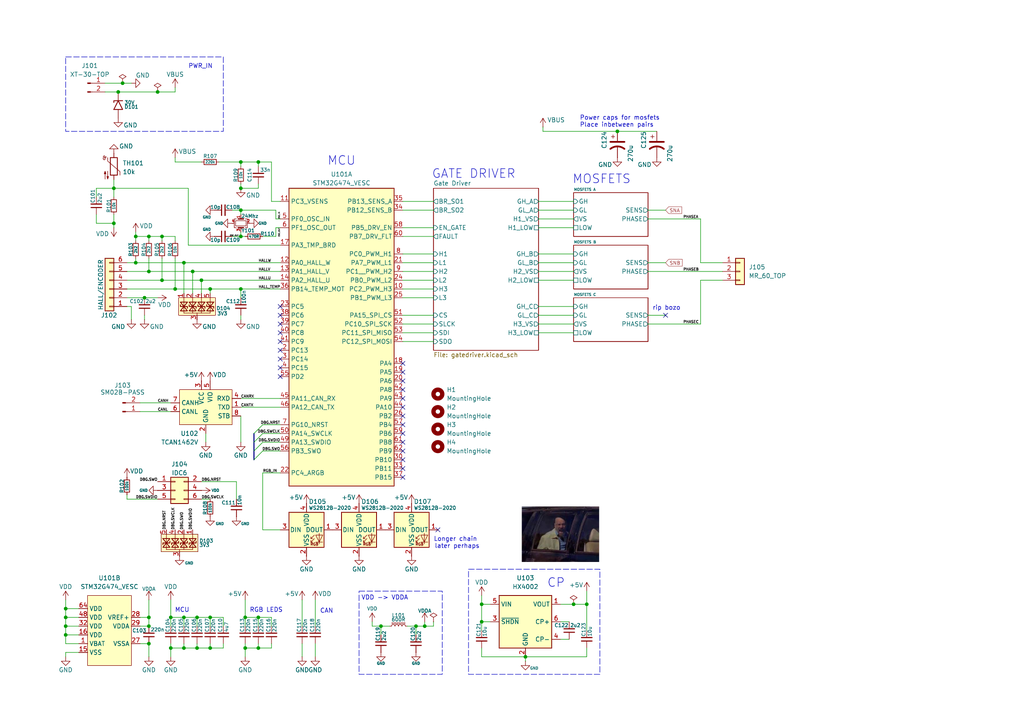
<source format=kicad_sch>
(kicad_sch (version 20250114) (generator "eeschema") (generator_version "9.0")
  (paper "A4")
  (rectangle (start 104.14 171.45) (end 128.27 195.58) (stroke (width 0) (type dash)))
  (rectangle (start 135.89 165.1) (end 173.99 195.58) (stroke (width 0) (type dash)))
  (rectangle (start 19.05 16.51) (end 64.77 38.1) (stroke (width 0) (type dash)))
  (text "RGB LEDS" (at 77.216 177.038 0) (effects (font (size 1.27 1.27))))
  (text "Power caps for mosfets\nPlace inbetween pairs" (at 168.148 35.306 0) (effects (font (size 1.27 1.27)) (justify left)))
  (text "rip bozo" (at 189.23 89.408 0) (effects (font (size 1.27 1.27)) (justify left)))
  (text "GATE DRIVER" (at 137.414 50.546 0) (effects (font (size 2.54 2.54))))
  (text "MCU" (at 99.06 46.736 0) (effects (font (size 2.54 2.54))))
  (text "CAN" (at 94.742 177.292 0) (effects (font (size 1.27 1.27))))
  (text "VDD -> VDDA" (at 104.775 172.72 0) (effects (font (size 1.27 1.27) (thickness 0.1588)) (justify left top)))
  (text "MOSFETS" (at 174.498 52.07 0) (effects (font (size 2.54 2.54))))
  (text "CP" (at 161.29 169.164 0) (effects (font (size 2.54 2.54))))
  (text "Longer chain \nlater perhaps" (at 132.588 157.48 0) (effects (font (size 1.27 1.27))))
  (text "PWR_IN" (at 58.166 19.304 0) (effects (font (size 1.27 1.27))))
  (text "MCU" (at 52.832 177.038 0) (effects (font (size 1.27 1.27))))
  (junction (at 71.12 187.96))
  (junction (at 139.7 180.34))
  (junction (at 45.72 26.67))
  (junction (at 166.37 175.26))
  (junction (at 60.96 83.82))
  (junction (at 43.18 181.61))
  (junction (at 53.34 179.07))
  (junction (at 69.85 68.58))
  (junction (at 33.02 54.61))
  (junction (at 179.07 38.1))
  (junction (at 69.85 60.96))
  (junction (at 19.05 184.15))
  (junction (at 69.85 46.99))
  (junction (at 139.7 175.26))
  (junction (at 43.18 186.69))
  (junction (at 19.05 179.07))
  (junction (at 33.02 64.77))
  (junction (at 43.18 179.07))
  (junction (at 170.18 175.26))
  (junction (at 57.15 187.96))
  (junction (at 19.05 181.61))
  (junction (at 60.96 179.07))
  (junction (at 35.56 24.13))
  (junction (at 123.19 181.61))
  (junction (at 58.42 81.28))
  (junction (at 120.65 181.61))
  (junction (at 74.93 187.96))
  (junction (at 46.99 68.58))
  (junction (at 49.53 179.07))
  (junction (at 55.88 78.74))
  (junction (at 152.4 190.5))
  (junction (at 74.93 179.07))
  (junction (at 53.34 187.96))
  (junction (at 41.91 86.36))
  (junction (at 43.18 78.74))
  (junction (at 69.85 83.82))
  (junction (at 69.85 54.61))
  (junction (at 74.93 46.99))
  (junction (at 71.12 179.07))
  (junction (at 19.05 176.53))
  (junction (at 34.29 26.67))
  (junction (at 53.34 76.2))
  (junction (at 110.49 181.61))
  (junction (at 49.53 187.96))
  (junction (at 43.18 68.58))
  (junction (at 50.8 83.82))
  (junction (at 39.37 76.2))
  (junction (at 60.96 187.96))
  (junction (at 39.37 68.58))
  (junction (at 57.15 179.07))
  (junction (at 46.99 81.28))
  (no_connect (at 127 153.67))
  (no_connect (at 116.84 110.49))
  (no_connect (at 116.84 133.35))
  (no_connect (at 116.84 115.57))
  (no_connect (at 116.84 128.27))
  (no_connect (at 116.84 107.95))
  (no_connect (at 81.28 104.14))
  (no_connect (at 81.28 91.44))
  (no_connect (at 116.84 138.43))
  (no_connect (at 116.84 125.73))
  (no_connect (at 116.84 135.89))
  (no_connect (at 116.84 118.11))
  (no_connect (at 81.28 96.52))
  (no_connect (at 81.28 99.06))
  (no_connect (at 116.84 105.41))
  (no_connect (at 81.28 109.22))
  (no_connect (at 81.28 106.68))
  (no_connect (at 81.28 101.6))
  (no_connect (at 81.28 93.98))
  (no_connect (at 193.04 91.44))
  (no_connect (at 116.84 120.65))
  (no_connect (at 116.84 130.81))
  (no_connect (at 116.84 113.03))
  (no_connect (at 116.84 123.19))
  (no_connect (at 81.28 88.9))
  (bus_entry (at 73.66 125.73) (size 2.54 -2.54))
  (bus_entry (at 73.66 128.27) (size 2.54 -2.54))
  (bus_entry (at 73.66 133.35) (size 2.54 -2.54))
  (bus_entry (at 73.66 130.81) (size 2.54 -2.54))
  (wire (pts (xy 46.99 81.28) (xy 58.42 81.28)))
  (wire (pts (xy 69.85 68.58) (xy 71.12 68.58)))
  (wire (pts (xy 50.8 25.4) (xy 50.8 26.67)))
  (wire (pts (xy 71.12 187.96) (xy 71.12 190.5)))
  (wire (pts (xy 35.56 24.13) (xy 38.1 24.13)))
  (wire (pts (xy 139.7 175.26) (xy 139.7 180.34)))
  (wire (pts (xy 179.07 38.1) (xy 190.5 38.1)))
  (wire (pts (xy 116.84 76.2) (xy 125.73 76.2)))
  (wire (pts (xy 74.93 54.61) (xy 74.93 53.34)))
  (wire (pts (xy 50.8 83.82) (xy 60.96 83.82)))
  (wire (pts (xy 139.7 180.34) (xy 142.24 180.34)))
  (wire (pts (xy 187.96 63.5) (xy 203.2 63.5)))
  (wire (pts (xy 50.8 68.58) (xy 46.99 68.58)))
  (wire (pts (xy 74.93 186.69) (xy 74.93 187.96)))
  (wire (pts (xy 76.2 137.16) (xy 81.28 137.16)))
  (wire (pts (xy 58.42 81.28) (xy 58.42 85.09)))
  (wire (pts (xy 49.53 187.96) (xy 49.53 190.5)))
  (wire (pts (xy 39.37 67.31) (xy 39.37 68.58)))
  (wire (pts (xy 19.05 181.61) (xy 22.86 181.61)))
  (wire (pts (xy 55.88 78.74) (xy 81.28 78.74)))
  (wire (pts (xy 157.48 38.1) (xy 179.07 38.1)))
  (wire (pts (xy 156.21 81.28) (xy 166.37 81.28)))
  (wire (pts (xy 170.18 190.5) (xy 152.4 190.5)))
  (wire (pts (xy 54.61 71.12) (xy 81.28 71.12)))
  (wire (pts (xy 19.05 179.07) (xy 22.86 179.07)))
  (wire (pts (xy 49.53 187.96) (xy 53.34 187.96)))
  (wire (pts (xy 156.21 60.96) (xy 166.37 60.96)))
  (wire (pts (xy 55.88 78.74) (xy 55.88 85.09)))
  (wire (pts (xy 80.01 66.04) (xy 81.28 66.04)))
  (wire (pts (xy 53.34 179.07) (xy 49.53 179.07)))
  (wire (pts (xy 110.49 181.61) (xy 110.49 184.15)))
  (wire (pts (xy 74.93 187.96) (xy 78.74 187.96)))
  (wire (pts (xy 156.21 78.74) (xy 166.37 78.74)))
  (wire (pts (xy 69.85 83.82) (xy 81.28 83.82)))
  (wire (pts (xy 43.18 68.58) (xy 39.37 68.58)))
  (wire (pts (xy 116.84 81.28) (xy 125.73 81.28)))
  (wire (pts (xy 53.34 187.96) (xy 53.34 186.69)))
  (wire (pts (xy 76.2 153.67) (xy 81.28 153.67)))
  (wire (pts (xy 116.84 68.58) (xy 125.73 68.58)))
  (wire (pts (xy 22.86 186.69) (xy 19.05 186.69)))
  (wire (pts (xy 152.4 191.77) (xy 152.4 190.5)))
  (wire (pts (xy 71.12 179.07) (xy 71.12 181.61)))
  (wire (pts (xy 67.31 60.96) (xy 69.85 60.96)))
  (wire (pts (xy 120.65 181.61) (xy 123.19 181.61)))
  (wire (pts (xy 33.02 54.61) (xy 33.02 57.15)))
  (wire (pts (xy 41.91 86.36) (xy 45.72 86.36)))
  (wire (pts (xy 156.21 73.66) (xy 166.37 73.66)))
  (wire (pts (xy 156.21 91.44) (xy 166.37 91.44)))
  (wire (pts (xy 69.85 60.96) (xy 69.85 62.23)))
  (wire (pts (xy 116.84 96.52) (xy 125.73 96.52)))
  (wire (pts (xy 57.15 187.96) (xy 60.96 187.96)))
  (wire (pts (xy 203.2 81.28) (xy 209.55 81.28)))
  (bus (pts (xy 73.66 128.27) (xy 73.66 130.81)))
  (wire (pts (xy 57.15 187.96) (xy 57.15 186.69)))
  (wire (pts (xy 156.21 96.52) (xy 166.37 96.52)))
  (wire (pts (xy 36.83 86.36) (xy 41.91 86.36)))
  (wire (pts (xy 68.58 139.7) (xy 58.42 139.7)))
  (wire (pts (xy 60.96 181.61) (xy 60.96 179.07)))
  (wire (pts (xy 91.44 186.69) (xy 91.44 190.5)))
  (wire (pts (xy 139.7 190.5) (xy 152.4 190.5)))
  (wire (pts (xy 156.21 66.04) (xy 166.37 66.04)))
  (wire (pts (xy 27.94 62.23) (xy 27.94 64.77)))
  (wire (pts (xy 50.8 45.72) (xy 50.8 46.99)))
  (wire (pts (xy 157.48 36.83) (xy 157.48 38.1)))
  (wire (pts (xy 57.15 179.07) (xy 53.34 179.07)))
  (wire (pts (xy 187.96 91.44) (xy 193.04 91.44)))
  (wire (pts (xy 60.96 83.82) (xy 69.85 83.82)))
  (wire (pts (xy 63.5 46.99) (xy 69.85 46.99)))
  (wire (pts (xy 53.34 76.2) (xy 53.34 85.09)))
  (wire (pts (xy 43.18 173.99) (xy 43.18 179.07)))
  (wire (pts (xy 156.21 58.42) (xy 166.37 58.42)))
  (wire (pts (xy 43.18 186.69) (xy 43.18 190.5)))
  (wire (pts (xy 203.2 63.5) (xy 203.2 76.2)))
  (wire (pts (xy 76.2 130.81) (xy 81.28 130.81)))
  (wire (pts (xy 74.93 46.99) (xy 78.74 46.99)))
  (wire (pts (xy 69.85 54.61) (xy 69.85 53.34)))
  (wire (pts (xy 162.56 185.42) (xy 165.1 185.42)))
  (wire (pts (xy 69.85 46.99) (xy 74.93 46.99)))
  (wire (pts (xy 36.83 76.2) (xy 39.37 76.2)))
  (wire (pts (xy 39.37 76.2) (xy 53.34 76.2)))
  (wire (pts (xy 187.96 60.96) (xy 193.04 60.96)))
  (wire (pts (xy 49.53 179.07) (xy 49.53 181.61)))
  (wire (pts (xy 50.8 74.93) (xy 50.8 83.82)))
  (wire (pts (xy 33.02 52.07) (xy 33.02 54.61)))
  (wire (pts (xy 60.96 83.82) (xy 60.96 85.09)))
  (wire (pts (xy 50.8 26.67) (xy 45.72 26.67)))
  (wire (pts (xy 203.2 93.98) (xy 203.2 81.28)))
  (wire (pts (xy 123.19 181.61) (xy 123.19 180.34)))
  (wire (pts (xy 78.74 58.42) (xy 78.74 46.99)))
  (wire (pts (xy 19.05 184.15) (xy 19.05 186.69)))
  (wire (pts (xy 58.42 81.28) (xy 81.28 81.28)))
  (wire (pts (xy 38.1 88.9) (xy 38.1 92.71)))
  (wire (pts (xy 53.34 76.2) (xy 81.28 76.2)))
  (wire (pts (xy 116.84 83.82) (xy 125.73 83.82)))
  (wire (pts (xy 118.11 181.61) (xy 120.65 181.61)))
  (wire (pts (xy 139.7 175.26) (xy 142.24 175.26)))
  (wire (pts (xy 36.83 143.51) (xy 36.83 144.78)))
  (wire (pts (xy 64.77 187.96) (xy 60.96 187.96)))
  (wire (pts (xy 74.93 179.07) (xy 74.93 181.61)))
  (wire (pts (xy 19.05 189.23) (xy 19.05 190.5)))
  (wire (pts (xy 40.64 119.38) (xy 49.53 119.38)))
  (wire (pts (xy 36.83 81.28) (xy 46.99 81.28)))
  (wire (pts (xy 69.85 68.58) (xy 67.31 68.58)))
  (wire (pts (xy 156.21 88.9) (xy 166.37 88.9)))
  (wire (pts (xy 156.21 63.5) (xy 166.37 63.5)))
  (wire (pts (xy 22.86 189.23) (xy 19.05 189.23)))
  (wire (pts (xy 64.77 186.69) (xy 64.77 187.96)))
  (wire (pts (xy 19.05 181.61) (xy 19.05 184.15)))
  (wire (pts (xy 19.05 176.53) (xy 22.86 176.53)))
  (wire (pts (xy 116.84 91.44) (xy 125.73 91.44)))
  (wire (pts (xy 74.93 179.07) (xy 71.12 179.07)))
  (wire (pts (xy 36.83 88.9) (xy 38.1 88.9)))
  (wire (pts (xy 33.02 54.61) (xy 54.61 54.61)))
  (wire (pts (xy 74.93 48.26) (xy 74.93 46.99)))
  (wire (pts (xy 125.73 181.61) (xy 123.19 181.61)))
  (wire (pts (xy 81.28 63.5) (xy 80.01 63.5)))
  (wire (pts (xy 87.63 173.99) (xy 87.63 181.61)))
  (wire (pts (xy 116.84 60.96) (xy 125.73 60.96)))
  (wire (pts (xy 54.61 54.61) (xy 54.61 71.12)))
  (wire (pts (xy 27.94 64.77) (xy 33.02 64.77)))
  (wire (pts (xy 57.15 181.61) (xy 57.15 179.07)))
  (wire (pts (xy 59.69 128.27) (xy 59.69 125.73)))
  (wire (pts (xy 116.84 58.42) (xy 125.73 58.42)))
  (wire (pts (xy 156.21 93.98) (xy 166.37 93.98)))
  (wire (pts (xy 87.63 186.69) (xy 87.63 190.5)))
  (wire (pts (xy 64.77 179.07) (xy 60.96 179.07)))
  (wire (pts (xy 43.18 179.07) (xy 43.18 181.61)))
  (wire (pts (xy 139.7 187.96) (xy 139.7 190.5)))
  (wire (pts (xy 46.99 68.58) (xy 43.18 68.58)))
  (wire (pts (xy 30.48 24.13) (xy 35.56 24.13)))
  (wire (pts (xy 39.37 68.58) (xy 39.37 69.85)))
  (wire (pts (xy 69.85 92.71) (xy 69.85 91.44)))
  (wire (pts (xy 53.34 181.61) (xy 53.34 179.07)))
  (wire (pts (xy 46.99 74.93) (xy 46.99 81.28)))
  (wire (pts (xy 69.85 67.31) (xy 69.85 68.58)))
  (wire (pts (xy 187.96 78.74) (xy 209.55 78.74)))
  (wire (pts (xy 78.74 179.07) (xy 78.74 181.61)))
  (wire (pts (xy 19.05 179.07) (xy 19.05 181.61)))
  (wire (pts (xy 170.18 187.96) (xy 170.18 190.5)))
  (wire (pts (xy 40.64 181.61) (xy 43.18 181.61)))
  (wire (pts (xy 107.95 181.61) (xy 107.95 180.34)))
  (wire (pts (xy 49.53 173.99) (xy 49.53 179.07)))
  (wire (pts (xy 78.74 186.69) (xy 78.74 187.96)))
  (wire (pts (xy 80.01 68.58) (xy 80.01 66.04)))
  (wire (pts (xy 71.12 173.99) (xy 71.12 179.07)))
  (wire (pts (xy 43.18 74.93) (xy 43.18 78.74)))
  (wire (pts (xy 60.96 179.07) (xy 57.15 179.07)))
  (wire (pts (xy 69.85 54.61) (xy 74.93 54.61)))
  (wire (pts (xy 80.01 63.5) (xy 80.01 60.96)))
  (wire (pts (xy 76.2 68.58) (xy 80.01 68.58)))
  (wire (pts (xy 91.44 173.99) (xy 91.44 181.61)))
  (wire (pts (xy 203.2 76.2) (xy 209.55 76.2)))
  (wire (pts (xy 116.84 78.74) (xy 125.73 78.74)))
  (wire (pts (xy 156.21 76.2) (xy 166.37 76.2)))
  (wire (pts (xy 36.83 83.82) (xy 50.8 83.82)))
  (wire (pts (xy 46.99 68.58) (xy 46.99 69.85)))
  (wire (pts (xy 60.96 187.96) (xy 60.96 186.69)))
  (wire (pts (xy 69.85 60.96) (xy 80.01 60.96)))
  (wire (pts (xy 27.94 57.15) (xy 27.94 54.61)))
  (wire (pts (xy 27.94 54.61) (xy 33.02 54.61)))
  (wire (pts (xy 40.64 116.84) (xy 49.53 116.84)))
  (wire (pts (xy 116.84 93.98) (xy 125.73 93.98)))
  (wire (pts (xy 76.2 128.27) (xy 81.28 128.27)))
  (wire (pts (xy 49.53 187.96) (xy 49.53 186.69)))
  (wire (pts (xy 53.34 187.96) (xy 57.15 187.96)))
  (wire (pts (xy 33.02 64.77) (xy 33.02 62.23)))
  (wire (pts (xy 116.84 73.66) (xy 125.73 73.66)))
  (wire (pts (xy 64.77 181.61) (xy 64.77 179.07)))
  (wire (pts (xy 43.18 68.58) (xy 43.18 69.85)))
  (bus (pts (xy 73.66 125.73) (xy 73.66 128.27)))
  (wire (pts (xy 187.96 76.2) (xy 193.04 76.2)))
  (wire (pts (xy 41.91 92.71) (xy 41.91 91.44)))
  (wire (pts (xy 110.49 181.61) (xy 113.03 181.61)))
  (wire (pts (xy 43.18 78.74) (xy 55.88 78.74)))
  (wire (pts (xy 78.74 179.07) (xy 74.93 179.07)))
  (wire (pts (xy 116.84 66.04) (xy 125.73 66.04)))
  (wire (pts (xy 116.84 99.06) (xy 125.73 99.06)))
  (wire (pts (xy 81.28 58.42) (xy 78.74 58.42)))
  (wire (pts (xy 69.85 115.57) (xy 81.28 115.57)))
  (wire (pts (xy 125.73 180.34) (xy 125.73 181.61)))
  (wire (pts (xy 34.29 26.67) (xy 45.72 26.67)))
  (wire (pts (xy 166.37 175.26) (xy 170.18 175.26)))
  (wire (pts (xy 36.83 78.74) (xy 43.18 78.74)))
  (wire (pts (xy 39.37 74.93) (xy 39.37 76.2)))
  (wire (pts (xy 139.7 172.72) (xy 139.7 175.26)))
  (wire (pts (xy 187.96 93.98) (xy 203.2 93.98)))
  (wire (pts (xy 30.48 26.67) (xy 34.29 26.67)))
  (wire (pts (xy 68.58 144.78) (xy 68.58 139.7)))
  (wire (pts (xy 19.05 184.15) (xy 22.86 184.15)))
  (wire (pts (xy 76.2 123.19) (xy 81.28 123.19)))
  (wire (pts (xy 170.18 171.45) (xy 170.18 175.26)))
  (bus (pts (xy 73.66 130.81) (xy 73.66 133.35)))
  (wire (pts (xy 107.95 181.61) (xy 110.49 181.61)))
  (wire (pts (xy 139.7 180.34) (xy 139.7 182.88)))
  (wire (pts (xy 45.72 144.78) (xy 36.83 144.78)))
  (wire (pts (xy 40.64 186.69) (xy 43.18 186.69)))
  (wire (pts (xy 19.05 173.99) (xy 19.05 176.53)))
  (wire (pts (xy 69.85 118.11) (xy 81.28 118.11)))
  (wire (pts (xy 50.8 46.99) (xy 58.42 46.99)))
  (wire (pts (xy 33.02 66.04) (xy 33.02 64.77)))
  (wire (pts (xy 170.18 175.26) (xy 170.18 182.88)))
  (wire (pts (xy 76.2 137.16) (xy 76.2 153.67)))
  (wire (pts (xy 40.64 179.07) (xy 43.18 179.07)))
  (wire (pts (xy 19.05 176.53) (xy 19.05 179.07)))
  (wire (pts (xy 69.85 120.65) (xy 69.85 128.27)))
  (wire (pts (xy 120.65 184.15) (xy 120.65 181.61)))
  (wire (pts (xy 69.85 48.26) (xy 69.85 46.99)))
  (wire (pts (xy 162.56 180.34) (xy 165.1 180.34)))
  (wire (pts (xy 76.2 125.73) (xy 81.28 125.73)))
  (wire (pts (xy 162.56 175.26) (xy 166.37 175.26)))
  (wire (pts (xy 69.85 83.82) (xy 69.85 86.36)))
  (wire (pts (xy 71.12 187.96) (xy 74.93 187.96)))
  (wire (pts (xy 58.42 144.78) (xy 60.96 144.78)))
  (wire (pts (xy 71.12 187.96) (xy 71.12 186.69)))
  (wire (pts (xy 50.8 68.58) (xy 50.8 69.85)))
  (wire (pts (xy 116.84 86.36) (xy 125.73 86.36)))
  (image (at 162.56 154.94))
  (label "PHASEC" (at 198.12 93.98 0) (effects (font (size 0.762 0.762))))
  (label "DBG.NRST" (at 81.28 123.19 180) (effects (font (size 0.762 0.762))))
  (label "DBG.SWO" (at 45.72 139.7 180) (effects (font (size 0.762 0.762))))
  (label "RGB_IN" (at 76.2 137.16 0) (effects (font (size 0.762 0.762))))
  (label "DBG.SWO" (at 53.34 153.67 90) (effects (font (size 0.762 0.762))))
  (label "DBG.SWCLK" (at 81.28 125.73 180) (effects (font (size 0.762 0.762))))
  (label "DBG.SWCLK" (at 58.42 144.78 0) (effects (font (size 0.762 0.762))))
  (label "HALLW" (at 74.93 76.2 0) (effects (font (size 0.762 0.762))))
  (label "DBG.SWDIO" (at 55.88 153.67 90) (effects (font (size 0.762 0.762))))
  (label "DBG.NRST" (at 48.26 153.67 90) (effects (font (size 0.762 0.762))))
  (label "CANTX" (at 69.85 118.11 0) (effects (font (size 0.762 0.762))))
  (label "OSC_IN" (at 81.28 63.5 90) (effects (font (size 0.381 0.381))))
  (label "DBG.SWCLK" (at 50.8 153.67 90) (effects (font (size 0.762 0.762))))
  (label "CANRX" (at 69.85 115.57 0) (effects (font (size 0.762 0.762))))
  (label "CANH" (at 45.72 116.84 0) (effects (font (size 0.762 0.762))))
  (label "OSC_OUT" (at 81.28 66.04 270) (effects (font (size 0.381 0.381))))
  (label "DBG.NRST" (at 58.42 139.7 0) (effects (font (size 0.762 0.762))))
  (label "DBG.SWO" (at 81.28 130.81 180) (effects (font (size 0.762 0.762))))
  (label "HALLU" (at 74.93 81.28 0) (effects (font (size 0.762 0.762))))
  (label "OSC_OUT_L" (at 69.85 68.58 180) (effects (font (size 0.381 0.381))))
  (label "DBG.SWDIO" (at 81.28 128.27 180) (effects (font (size 0.762 0.762))))
  (label "PHASEB" (at 198.12 78.74 0) (effects (font (size 0.762 0.762))))
  (label "HALLV" (at 74.93 78.74 0) (effects (font (size 0.762 0.762))))
  (label "HALL_TEMP" (at 74.93 83.82 0) (effects (font (size 0.762 0.762))))
  (label "DBG.SWDIO" (at 45.72 144.78 180) (effects (font (size 0.762 0.762))))
  (label "CANL" (at 45.72 119.38 0) (effects (font (size 0.762 0.762))))
  (label "PHASEA" (at 198.12 63.5 0) (effects (font (size 0.762 0.762))))
  (global_label "SNA" (shape input) (at 193.04 60.96 0) (effects (font (size 1.016 1.016) (thickness 0.0953))) (property "Intersheetrefs" "${INTERSHEET_REFS}" (effects (hide yes))))
  (global_label "SNB" (shape input) (at 193.04 76.2 0) (effects (font (size 1.016 1.016) (thickness 0.0953))) (property "Intersheetrefs" "${INTERSHEET_REFS}" (effects (hide yes))))
  (symbol (lib_id "Device:CP1") (at 179.07 41.91 0) (unit 1)
    (property "Reference" "C124" (at 175.26 43.18 90) (effects (justify left)))
    (property "Value" "270u" (at 182.88 46.99 90) (effects (justify left)))
    (property "Footprint" "Capacitor_SMD:CP_Elec_10x10" (effects (hide yes)))
  )
  (symbol (lib_id "power:GND") (at 34.29 34.29 0) (unit 1)
    (property "Reference" "#PWR0105" (effects (hide yes)))
    (property "Value" "GND" (at 37.846 36.322 0))
    (property "Description" "Power symbol creates a global label with name \"GND\" , ground" (effects (hide yes)))
  )
  (symbol (lib_id "Connector_Generic:Conn_01x03") (at 214.63 78.74 0) (unit 1)
    (property "Reference" "J105" (at 217.17 77.4699 0) (effects (justify left)))
    (property "Value" "MR_60_TOP" (at 217.17 80.0099 0) (effects (justify left)))
    (property "Footprint" "Bluesat:MR60-F-TopMount" (effects (hide yes)))
    (property "Description" "Generic connector, single row, 01x03, script generated (kicad-library-utils/schlib/autogen/connector/)" (effects (hide yes)))
  )
  (symbol (lib_id "power:PWR_FLAG") (at 45.72 26.67 0) (unit 1)
    (property "Reference" "#FLG0102" (effects (hide yes)))
    (property "Value" "PWR_FLAG" (effects (hide yes)))
    (property "Description" "Special symbol for telling ERC where power comes from" (effects (hide yes)))
  )
  (symbol (lib_id "Bluesat:C_CompactV") (at 170.18 185.42 0) (unit 1)
    (property "Reference" "C123" (at 169.291 184.658 90) (effects (font (size 1.016 1.016)) (justify left)))
    (property "Value" "10u" (at 171.069 184.658 90) (effects (font (size 1.016 1.016)) (justify left)))
    (property "Footprint" "Capacitor_SMD:C_1206_3216Metric" (effects (hide yes)))
    (property "Description" "Unpolarized capacitor, compact symbol" (effects (hide yes)))
  )
  (symbol (lib_id "Bluesat:C_CompactV") (at 53.34 184.15 0) (unit 1)
    (property "Reference" "C105" (at 52.451 183.388 90) (effects (font (size 1.016 1.016)) (justify left)))
    (property "Value" "220n" (at 54.229 183.388 90) (effects (font (size 1.016 1.016)) (justify left)))
    (property "Footprint" "Capacitor_SMD:C_0402_1005Metric" (effects (hide yes)))
    (property "Description" "Unpolarized capacitor, compact symbol" (effects (hide yes)))
  )
  (symbol (lib_id "power:GND") (at 69.85 54.61 0) (unit 1)
    (property "Reference" "#PWR0129" (effects (hide yes)))
    (property "Value" "GND" (at 73.406 56.642 0))
    (property "Description" "Power symbol creates a global label with name \"GND\" , ground" (effects (hide yes)))
  )
  (symbol (lib_id "power:PWR_FLAG") (at 35.56 24.13 0) (unit 1)
    (property "Reference" "#FLG0101" (effects (hide yes)))
    (property "Value" "PWR_FLAG" (effects (hide yes)))
    (property "Description" "Special symbol for telling ERC where power comes from" (effects (hide yes)))
  )
  (symbol (lib_id "power:GND") (at 68.58 149.86 0) (unit 1)
    (property "Reference" "#PWR0128" (effects (hide yes)))
    (property "Value" "GND" (at 71.12 151.892 0) (effects (font (size 0.762 0.762))))
    (property "Description" "Power symbol creates a global label with name \"GND\" , ground" (effects (hide yes)))
  )
  (symbol (lib_id "LED:WS2812B-2020") (at 104.14 153.67 0) (unit 1)
    (property "Reference" "D106" (at 104.775 145.4852 0) (effects (justify left)))
    (property "Value" "WS2812B-2020" (at 104.775 147.32 0) (effects (font (size 1.016 1.016)) (justify left)))
    (property "Footprint" "Bluesat:WS2812B-2020" (effects (hide yes)))
    (property "Datasheet" "https://cdn-shop.adafruit.com/product-files/4684/4684_WS2812B-2020_V1.3_EN.pdf" (effects (hide yes)))
    (property "Description" "RGB LED with integrated controller, 2.0 x 2.0 mm, 12 mA" (effects (hide yes)))
  )
  (symbol (lib_id "Connector_Generic:Conn_01x06") (at 31.75 83.82 180) (unit 1)
    (property "Reference" "J102" (at 34.036 91.44 0) (effects (justify left)))
    (property "Value" "HALL/ENCODER" (at 29.21 75.184 90) (effects (justify left)))
    (property "Footprint" "Bluesat:BM06B-PASS" (effects (hide yes)))
    (property "Description" "Generic connector, single row, 01x06, script generated (kicad-library-utils/schlib/autogen/connector/)" (effects (hide yes)))
  )
  (symbol (lib_id "Bluesat:C_CompactV") (at 43.18 184.15 0) (unit 1)
    (property "Reference" "C103" (at 38.354 182.88 0) (effects (font (size 1.016 1.016)) (justify left)))
    (property "Value" "220n" (at 43.688 182.626 0) (effects (font (size 1.016 1.016)) (justify left)))
    (property "Footprint" "Capacitor_SMD:C_0402_1005Metric" (effects (hide yes)))
    (property "Description" "Unpolarized capacitor, compact symbol" (effects (hide yes)))
  )
  (symbol (lib_id "Bluesat:C_CompactV") (at 91.44 184.15 0) (unit 1)
    (property "Reference" "C118" (at 90.551 183.388 90) (effects (font (size 1.016 1.016)) (justify left)))
    (property "Value" "220n" (at 92.329 183.388 90) (effects (font (size 1.016 1.016)) (justify left)))
    (property "Footprint" "Capacitor_SMD:C_0402_1005Metric" (effects (hide yes)))
    (property "Description" "Unpolarized capacitor, compact symbol" (effects (hide yes)))
  )
  (symbol (lib_id "power:GND") (at 38.1 24.13 90) (unit 1)
    (property "Reference" "#PWR0107" (effects (hide yes)))
    (property "Value" "GND" (at 41.402 21.844 90))
    (property "Description" "Power symbol creates a global label with name \"GND\" , ground" (effects (hide yes)))
  )
  (symbol (lib_id "power:GND") (at 69.85 92.71 0) (unit 1)
    (property "Reference" "#PWR0130" (effects (hide yes)))
    (property "Value" "GND" (at 73.406 94.742 0))
    (property "Description" "Power symbol creates a global label with name \"GND\" , ground" (effects (hide yes)))
  )
  (symbol (lib_id "power:GND") (at 87.63 190.5 0) (unit 1)
    (property "Reference" "#PWR0136" (effects (hide yes)))
    (property "Value" "GND" (at 87.63 194.31 0))
    (property "Description" "Power symbol creates a global label with name \"GND\" , ground" (effects (hide yes)))
  )
  (symbol (lib_id "power:GND") (at 62.23 68.58 270) (unit 1)
    (property "Reference" "#PWR0126" (effects (hide yes)))
    (property "Value" "GND" (at 61.214 66.548 90) (effects (font (size 0.762 0.762)) (justify right)))
    (property "Description" "Power symbol creates a global label with name \"GND\" , ground" (effects (hide yes)))
  )
  (symbol (lib_id "power:+5V") (at 88.9 146.05 0) (unit 1)
    (property "Reference" "#PWR0137" (effects (hide yes)))
    (property "Value" "+5V" (at 85.852 144.272 0))
    (property "Description" "Power symbol creates a global label with name \"+5V\"" (effects (hide yes)))
  )
  (symbol (lib_id "power:VDD") (at 91.44 173.99 0) (unit 1)
    (property "Reference" "#PWR0139" (effects (hide yes)))
    (property "Value" "VDD" (at 94.234 172.212 0))
    (property "Description" "Power symbol creates a global label with name \"VDD\"" (effects (hide yes)))
  )
  (symbol (lib_id "power:GND") (at 52.07 161.29 0) (unit 1)
    (property "Reference" "#PWR0118" (effects (hide yes)))
    (property "Value" "GND" (at 54.864 163.322 0) (effects (font (size 0.762 0.762))))
    (property "Description" "Power symbol creates a global label with name \"GND\" , ground" (effects (hide yes)))
  )
  (symbol (lib_id "Bluesat:R_CompactV") (at 50.8 72.39 0) (unit 1)
    (property "Reference" "R106" (at 49.911 72.39 90) (effects (font (size 1.016 1.016)) (justify bottom)))
    (property "Value" "10k" (at 50.8 72.39 90) (effects (font (size 0.762 0.762))))
    (property "Footprint" "Resistor_SMD:R_0402_1005Metric" (effects (hide yes)))
    (property "Description" "Resistor, compact symbol" (effects (hide yes)))
  )
  (symbol (lib_id "power:GND") (at 110.49 189.23 0) (unit 1)
    (property "Reference" "#PWR0144" (effects (hide yes)))
    (property "Value" "GND" (at 110.49 192.405 0) (effects (font (size 0.762 0.762))))
    (property "Description" "Power symbol creates a global label with name \"GND\" , ground" (effects (hide yes)))
  )
  (symbol (lib_id "Mechanical:MountingHole") (at 127 119.38 0) (unit 1) (in_bom no)
    (property "Reference" "H2" (at 129.54 118.1099 0) (effects (justify left)))
    (property "Value" "MountingHole" (at 129.54 120.6499 0) (effects (justify left)))
    (property "Footprint" "Bluesat:M2.5_Edge" (effects (hide yes)))
    (property "Description" "Mounting Hole without connection" (effects (hide yes)))
  )
  (symbol (lib_id "power:+5V") (at 119.38 146.05 0) (unit 1)
    (property "Reference" "#PWR0145" (effects (hide yes)))
    (property "Value" "+5V" (at 116.332 144.272 0))
    (property "Description" "Power symbol creates a global label with name \"+5V\"" (effects (hide yes)))
  )
  (symbol (lib_id "power:VDD") (at 45.72 86.36 270) (unit 1)
    (property "Reference" "#PWR0114" (effects (hide yes)))
    (property "Value" "VDD" (at 47.752 88.392 90))
    (property "Description" "Power symbol creates a global label with name \"VDD\"" (effects (hide yes)))
  )
  (symbol (lib_id "power:+5V") (at 170.18 171.45 0) (unit 1)
    (property "Reference" "#PWR0151" (effects (hide yes)))
    (property "Value" "+5V" (at 167.132 169.672 0))
    (property "Description" "Power symbol creates a global label with name \"+5V\"" (effects (hide yes)))
  )
  (symbol (lib_id "Bluesat:C_CompactV") (at 74.93 184.15 0) (unit 1)
    (property "Reference" "C115" (at 74.041 183.388 90) (effects (font (size 1.016 1.016)) (justify left)))
    (property "Value" "220n" (at 75.819 183.388 90) (effects (font (size 1.016 1.016)) (justify left)))
    (property "Footprint" "Capacitor_SMD:C_0402_1005Metric" (effects (hide yes)))
    (property "Description" "Unpolarized capacitor, compact symbol" (effects (hide yes)))
  )
  (symbol (lib_id "Mechanical:MountingHole") (at 127 114.3 0) (unit 1) (in_bom no)
    (property "Reference" "H1" (at 129.54 113.0299 0) (effects (justify left)))
    (property "Value" "MountingHole" (at 129.54 115.5699 0) (effects (justify left)))
    (property "Footprint" "Bluesat:M2.5_Edge" (effects (hide yes)))
    (property "Description" "Mounting Hole without connection" (effects (hide yes)))
  )
  (symbol (lib_id "power:GND") (at 45.72 142.24 270) (unit 1)
    (property "Reference" "#PWR0115" (effects (hide yes)))
    (property "Value" "GND" (at 41.656 142.24 90) (effects (font (size 0.762 0.762))))
    (property "Description" "Power symbol creates a global label with name \"GND\" , ground" (effects (hide yes)))
  )
  (symbol (lib_id "Bluesat:C_CompactV") (at 165.1 182.88 0) (unit 1)
    (property "Reference" "C122" (at 160.782 181.356 0) (effects (font (size 1.016 1.016)) (justify left)))
    (property "Value" "2u2" (at 165.354 181.356 0) (effects (font (size 1.016 1.016)) (justify left)))
    (property "Footprint" "Capacitor_SMD:C_0603_1608Metric" (effects (hide yes)))
    (property "Description" "Unpolarized capacitor, compact symbol" (effects (hide yes)))
  )
  (symbol (lib_id "power:+5V") (at 87.63 173.99 0) (unit 1)
    (property "Reference" "#PWR0135" (effects (hide yes)))
    (property "Value" "+5V" (at 84.582 172.212 0))
    (property "Description" "Power symbol creates a global label with name \"+5V\"" (effects (hide yes)))
  )
  (symbol (lib_id "Connector_Generic:Conn_02x03_Odd_Even") (at 50.8 142.24 0) (unit 1)
    (property "Reference" "J104" (at 52.07 134.62 0))
    (property "Value" "IDC6" (at 52.07 137.16 0))
    (property "Footprint" "Bluesat:IDC6" (effects (hide yes)))
    (property "Description" "Generic connector, double row, 02x03, odd/even pin numbering scheme (row 1 odd numbers, row 2 even numbers), script generated (kicad-library-utils/schlib/autogen/connector/)" (effects (hide yes)))
  )
  (symbol (lib_id "LED:WS2812B-2020") (at 119.38 153.67 0) (unit 1)
    (property "Reference" "D107" (at 120.015 145.4852 0) (effects (justify left)))
    (property "Value" "WS2812B-2020" (at 120.015 147.32 0) (effects (font (size 1.016 1.016)) (justify left)))
    (property "Footprint" "Bluesat:WS2812B-2020" (effects (hide yes)))
    (property "Datasheet" "https://cdn-shop.adafruit.com/product-files/4684/4684_WS2812B-2020_V1.3_EN.pdf" (effects (hide yes)))
    (property "Description" "RGB LED with integrated controller, 2.0 x 2.0 mm, 12 mA" (effects (hide yes)))
  )
  (symbol (lib_id "power:GND") (at 62.23 60.96 270) (mirror x) (unit 1)
    (property "Reference" "#PWR0125" (effects (hide yes)))
    (property "Value" "GND" (at 61.214 62.992 90) (effects (font (size 0.762 0.762)) (justify right)))
    (property "Description" "Power symbol creates a global label with name \"GND\" , ground" (effects (hide yes)))
  )
  (symbol (lib_id "Bluesat:C_CompactV") (at 60.96 184.15 0) (unit 1)
    (property "Reference" "C107" (at 60.071 183.388 90) (effects (font (size 1.016 1.016)) (justify left)))
    (property "Value" "220n" (at 61.849 183.388 90) (effects (font (size 1.016 1.016)) (justify left)))
    (property "Footprint" "Capacitor_SMD:C_0402_1005Metric" (effects (hide yes)))
    (property "Description" "Unpolarized capacitor, compact symbol" (effects (hide yes)))
  )
  (symbol (lib_id "power:GND") (at 104.14 161.29 0) (unit 1)
    (property "Reference" "#PWR0142" (effects (hide yes)))
    (property "Value" "GND" (at 104.14 165.1 0))
    (property "Description" "Power symbol creates a global label with name \"GND\" , ground" (effects (hide yes)))
  )
  (symbol (lib_id "power:GND") (at 41.91 92.71 0) (unit 1)
    (property "Reference" "#PWR0110" (effects (hide yes)))
    (property "Value" "GND" (at 45.466 94.742 0))
    (property "Description" "Power symbol creates a global label with name \"GND\" , ground" (effects (hide yes)))
  )
  (symbol (lib_id "power:GND") (at 43.18 190.5 0) (unit 1)
    (property "Reference" "#PWR0112" (effects (hide yes)))
    (property "Value" "GND" (at 43.18 194.31 0))
    (property "Description" "Power symbol creates a global label with name \"GND\" , ground" (effects (hide yes)))
  )
  (symbol (lib_id "Diode:SMF30A") (at 34.29 30.48 90) (mirror x) (unit 1)
    (property "Reference" "D101" (at 36.068 30.988 90) (effects (font (size 1.016 1.016)) (justify right)))
    (property "Value" "30V" (at 36.068 29.718 90) (effects (font (size 1.016 1.016)) (justify right)))
    (property "Footprint" "Diode_SMD:D_SMF" (effects (hide yes)))
    (property "Datasheet" "https://www.vishay.com/doc?85881" (effects (hide yes)))
    (property "Description" "200W unidirectional Transil Transient Voltage Suppressor, 30Vrwm, SMF" (effects (hide yes)))
  )
  (symbol (lib_id "Bluesat:C_CompactV") (at 27.94 59.69 0) (unit 1)
    (property "Reference" "C101" (at 26.924 58.928 90) (effects (font (size 1.016 1.016)) (justify left)))
    (property "Value" "2u2" (at 28.956 58.928 90) (effects (font (size 1.016 1.016)) (justify left)))
    (property "Footprint" "Capacitor_SMD:C_0603_1608Metric" (effects (hide yes)))
    (property "Description" "Unpolarized capacitor, compact symbol" (effects (hide yes)))
  )
  (symbol (lib_id "Bluesat:C_CompactV") (at 68.58 147.32 0) (unit 1)
    (property "Reference" "C111" (at 64.262 145.796 0) (effects (font (size 1.016 1.016)) (justify left)))
    (property "Value" "10n" (at 69.469 146.558 90) (effects (font (size 1.016 1.016)) (justify left)))
    (property "Footprint" "Capacitor_SMD:C_0402_1005Metric" (effects (hide yes)))
    (property "Description" "Unpolarized capacitor, compact symbol" (effects (hide yes)))
  )
  (symbol (lib_id "power:GND") (at 91.44 190.5 0) (unit 1)
    (property "Reference" "#PWR0140" (effects (hide yes)))
    (property "Value" "GND" (at 91.44 194.31 0))
    (property "Description" "Power symbol creates a global label with name \"GND\" , ground" (effects (hide yes)))
  )
  (symbol (lib_id "power:VDD") (at 19.05 173.99 0) (unit 1)
    (property "Reference" "#PWR0101" (effects (hide yes)))
    (property "Value" "VDD" (at 19.05 170.18 0))
    (property "Description" "Power symbol creates a global label with name \"VDD\"" (effects (hide yes)))
  )
  (symbol (lib_id "Bluesat:R_CompactV") (at 60.96 147.32 0) (unit 1)
    (property "Reference" "R108" (at 60.071 147.32 90) (effects (font (size 1.016 1.016)) (justify bottom)))
    (property "Value" "100k" (at 60.96 147.32 90) (effects (font (size 0.762 0.762))))
    (property "Footprint" "Resistor_SMD:R_0402_1005Metric" (effects (hide yes)))
    (property "Description" "Resistor, compact symbol" (effects (hide yes)))
  )
  (symbol (lib_id "Bluesat:C_CompactH") (at 64.77 68.58 0) (unit 1)
    (property "Reference" "C109" (at 65.532 69.596 0) (effects (font (size 1.016 1.016)) (justify left)))
    (property "Value" "10p" (at 64.008 69.596 0) (effects (font (size 1.016 1.016)) (justify right)))
    (property "Footprint" "Capacitor_SMD:C_0402_1005Metric" (effects (hide yes)))
    (property "Description" "Unpolarized capacitor, compact symbol" (effects (hide yes)))
  )
  (symbol (lib_name "STM32G474_VESC_1") (lib_id "Bluesat:STM32G474_VESC") (at 30.48 220.98 0) (unit 2)
    (property "Reference" "U101" (at 31.75 167.64 0))
    (property "Value" "STM32G474_VESC" (at 31.75 170.18 0))
    (property "Footprint" "Bluesat:LQFP-64-0.5" (effects (hide yes)))
    (property "Datasheet" "https://www.st.com/resource/en/datasheet/stm32g474rb.pdf" (effects (hide yes)))
    (property "Description" "STMicroelectronics Arm Cortex-M4 MCU, 128-512KB flash, 128KB RAM, 170 MHz, 1.71-3.6V, 52 GPIO, LQFP64" (effects (hide yes)))
  )
  (symbol (lib_id "Device:Thermistor_NTC") (at 33.02 48.26 0) (unit 1)
    (property "Reference" "TH101" (at 35.56 47.3074 0) (effects (justify left)))
    (property "Value" "10k" (at 35.56 49.8474 0) (effects (justify left)))
    (property "Footprint" "Resistor_SMD:R_0402_1005Metric" (effects (hide yes)))
    (property "Description" "Temperature dependent resistor, negative temperature coefficient" (effects (hide yes)))
  )
  (symbol (lib_id "power:VDDA") (at 43.18 173.99 0) (unit 1)
    (property "Reference" "#PWR0111" (effects (hide yes)))
    (property "Value" "VDDA" (at 43.18 170.815 0) (effects (font (size 1.016 1.016))))
    (property "Description" "Power symbol creates a global label with name \"VDDA\"" (effects (hide yes)))
  )
  (symbol (lib_id "Mechanical:MountingHole") (at 127 129.54 0) (unit 1) (in_bom no)
    (property "Reference" "H4" (at 129.54 128.2699 0) (effects (justify left)))
    (property "Value" "MountingHole" (at 129.54 130.8099 0) (effects (justify left)))
    (property "Footprint" "Bluesat:M2.5_Edge" (effects (hide yes)))
    (property "Description" "Mounting Hole without connection" (effects (hide yes)))
  )
  (symbol (lib_id "Bluesat:R_CompactV") (at 36.83 140.97 0) (unit 1)
    (property "Reference" "R102" (at 35.941 140.97 90) (effects (font (size 1.016 1.016)) (justify bottom)))
    (property "Value" "100k" (at 36.83 140.97 90) (effects (font (size 0.762 0.762))))
    (property "Footprint" "Resistor_SMD:R_0402_1005Metric" (effects (hide yes)))
    (property "Description" "Resistor, compact symbol" (effects (hide yes)))
  )
  (symbol (lib_id "Bluesat:C_CompactV") (at 74.93 50.8 0) (unit 1)
    (property "Reference" "C114" (at 72.39 52.832 90) (effects (font (size 1.016 1.016)) (justify left)))
    (property "Value" "33n" (at 75.438 49.276 0) (effects (font (size 1.016 1.016)) (justify left)))
    (property "Footprint" "Capacitor_SMD:C_0402_1005Metric" (effects (hide yes)))
    (property "Description" "Unpolarized capacitor, compact symbol" (effects (hide yes)))
  )
  (symbol (lib_id "power:VBUS") (at 157.48 36.83 0) (unit 1)
    (property "Reference" "#PWR0156" (effects (hide yes)))
    (property "Value" "VBUS" (at 161.29 34.798 0))
    (property "Description" "Power symbol creates a global label with name \"VBUS\"" (effects (hide yes)))
  )
  (symbol (lib_id "power:VBUS") (at 50.8 45.72 0) (unit 1)
    (property "Reference" "#PWR0155" (effects (hide yes)))
    (property "Value" "VBUS" (at 54.356 43.942 0))
    (property "Description" "Power symbol creates a global label with name \"VBUS\"" (effects (hide yes)))
  )
  (symbol (lib_id "power:VDD") (at 39.37 67.31 0) (unit 1)
    (property "Reference" "#PWR0109" (effects (hide yes)))
    (property "Value" "VDD" (at 42.418 65.532 0))
    (property "Description" "Power symbol creates a global label with name \"VDD\"" (effects (hide yes)))
  )
  (symbol (lib_id "power:PWR_FLAG") (at 125.73 180.34 0) (unit 1)
    (property "Reference" "#FLG0103" (effects (hide yes)))
    (property "Value" "PWR_FLAG" (effects (hide yes)))
    (property "Description" "Special symbol for telling ERC where power comes from" (effects (hide yes)))
  )
  (symbol (lib_id "power:VDD") (at 49.53 173.99 0) (unit 1)
    (property "Reference" "#PWR0116" (effects (hide yes)))
    (property "Value" "VDD" (at 49.53 170.18 0))
    (property "Description" "Power symbol creates a global label with name \"VDD\"" (effects (hide yes)))
  )
  (symbol (lib_id "power:GND") (at 38.1 92.71 0) (unit 1)
    (property "Reference" "#PWR0108" (effects (hide yes)))
    (property "Value" "GND" (at 34.29 94.742 0))
    (property "Description" "Power symbol creates a global label with name \"GND\" , ground" (effects (hide yes)))
  )
  (symbol (lib_name "C_CompactV_2") (lib_id "Bluesat:C_CompactV") (at 120.65 186.69 0) (unit 1)
    (property "Reference" "C120" (at 119.761 185.928 90) (effects (font (size 1.016 1.016)) (justify left)))
    (property "Value" "2u2" (at 121.539 185.928 90) (effects (font (size 1.016 1.016)) (justify left)))
    (property "Footprint" "Capacitor_SMD:C_0603_1608Metric" (effects (hide yes)))
    (property "Description" "Unpolarized capacitor, compact symbol" (effects (hide yes)))
  )
  (symbol (lib_id "power:GND") (at 67.31 64.77 270) (mirror x) (unit 1)
    (property "Reference" "#PWR0127" (effects (hide yes)))
    (property "Value" "GND" (at 64.77 64.77 90) (effects (font (size 0.762 0.762)) (justify right)))
    (property "Description" "Power symbol creates a global label with name \"GND\" , ground" (effects (hide yes)))
  )
  (symbol (lib_id "Mechanical:MountingHole") (at 127 124.46 0) (unit 1) (in_bom no)
    (property "Reference" "H3" (at 129.54 123.1899 0) (effects (justify left)))
    (property "Value" "MountingHole" (at 129.54 125.7299 0) (effects (justify left)))
    (property "Footprint" "Bluesat:M2.5_Edge" (effects (hide yes)))
    (property "Description" "Mounting Hole without connection" (effects (hide yes)))
  )
  (symbol (lib_id "power:GND") (at 59.69 128.27 0) (unit 1)
    (property "Reference" "#PWR0122" (effects (hide yes)))
    (property "Value" "GND" (at 59.69 132.08 0))
    (property "Description" "Power symbol creates a global label with name \"GND\" , ground" (effects (hide yes)))
  )
  (symbol (lib_id "Vesc:STM32G474_VESC") (at 97.79 102.87 0) (unit 1)
    (property "Reference" "U101" (at 99.06 50.546 0))
    (property "Value" "STM32G474_VESC" (at 99.06 53.086 0))
    (property "Footprint" "Bluesat:LQFP-64-0.5" (effects (hide yes)))
    (property "Datasheet" "https://www.st.com/resource/en/datasheet/stm32g474rb.pdf" (effects (hide yes)))
    (property "Description" "STMicroelectronics Arm Cortex-M4 MCU, 128-512KB flash, 128KB RAM, 170 MHz, 1.71-3.6V, 52 GPIO, LQFP64" (effects (hide yes)))
  )
  (symbol (lib_id "Bluesat:D_TVS_Quad_Compact") (at 57.15 88.9 0) (unit 1)
    (property "Reference" "D104" (at 62.738 89.408 0) (effects (font (size 1.016 1.016)) (justify left)))
    (property "Value" "3V3" (at 62.992 90.932 0) (effects (font (size 1.016 1.016)) (justify left)))
    (property "Footprint" "Package_DFN_QFN:Diodes_UDFN-10_1x2.5mm_P0.5mm" (effects (hide yes)))
    (property "Description" "Dual bidirectional transient-voltage-suppression diode, compact symbol" (effects (hide yes)))
  )
  (symbol (lib_id "power:GND") (at 190.5 45.72 0) (unit 1)
    (property "Reference" "#PWR0153" (effects (hide yes)))
    (property "Value" "GND" (at 186.944 47.752 0))
    (property "Description" "Power symbol creates a global label with name \"GND\" , ground" (effects (hide yes)))
  )
  (symbol (lib_id "power:GND") (at 120.65 189.23 0) (unit 1)
    (property "Reference" "#PWR0147" (effects (hide yes)))
    (property "Value" "GND" (at 120.65 192.405 0) (effects (font (size 0.762 0.762))))
    (property "Description" "Power symbol creates a global label with name \"GND\" , ground" (effects (hide yes)))
  )
  (symbol (lib_id "power:VDD") (at 60.96 110.49 0) (unit 1)
    (property "Reference" "#PWR0123" (effects (hide yes)))
    (property "Value" "VDD" (at 63.754 108.712 0))
    (property "Description" "Power symbol creates a global label with name \"VDD\"" (effects (hide yes)))
  )
  (symbol (lib_id "power:VDD") (at 58.42 142.24 270) (unit 1)
    (property "Reference" "#PWR0121" (effects (hide yes)))
    (property "Value" "VDD" (at 62.484 142.24 90) (effects (font (size 0.762 0.762))))
    (property "Description" "Power symbol creates a global label with name \"VDD\"" (effects (hide yes)))
  )
  (symbol (lib_id "power:GND") (at 49.53 190.5 0) (unit 1)
    (property "Reference" "#PWR0117" (effects (hide yes)))
    (property "Value" "GND" (at 49.53 194.31 0))
    (property "Description" "Power symbol creates a global label with name \"GND\" , ground" (effects (hide yes)))
  )
  (symbol (lib_id "power:GND") (at 152.4 191.77 0) (unit 1)
    (property "Reference" "#PWR0150" (effects (hide yes)))
    (property "Value" "GND" (at 154.94 193.802 0) (effects (font (size 0.762 0.762))))
    (property "Description" "Power symbol creates a global label with name \"GND\" , ground" (effects (hide yes)))
  )
  (symbol (lib_id "power:VDD") (at 139.7 172.72 0) (unit 1)
    (property "Reference" "#PWR0149" (effects (hide yes)))
    (property "Value" "VDD" (at 139.7 168.91 0))
    (property "Description" "Power symbol creates a global label with name \"VDD\"" (effects (hide yes)))
  )
  (symbol (lib_id "Device:Crystal_GND24_Small") (at 69.85 64.77 90) (mirror x) (unit 1)
    (property "Reference" "Y101" (at 69.977 66.294 90) (effects (font (size 1.016 1.016)) (justify right top)))
    (property "Value" "24Mhz" (at 69.977 63.246 90) (effects (font (size 1.016 1.016)) (justify right bottom)))
    (property "Footprint" "Crystal:Crystal_SMD_2016-4Pin_2.0x1.6mm" (effects (hide yes)))
    (property "Description" "Four pin crystal, GND on pins 2 and 4, small symbol" (effects (hide yes)))
  )
  (symbol (lib_id "Bluesat:C_CompactV") (at 78.74 184.15 0) (unit 1)
    (property "Reference" "C116" (at 77.851 183.388 90) (effects (font (size 1.016 1.016)) (justify left)))
    (property "Value" "220n" (at 79.629 183.388 90) (effects (font (size 1.016 1.016)) (justify left)))
    (property "Footprint" "Capacitor_SMD:C_0402_1005Metric" (effects (hide yes)))
    (property "Description" "Unpolarized capacitor, compact symbol" (effects (hide yes)))
  )
  (symbol (lib_id "Regulator_SwitchedCapacitor:LTC1754") (at 152.4 180.34 0) (unit 1)
    (property "Reference" "U103" (at 152.4 167.64 0))
    (property "Value" "HX4002" (at 152.4 170.18 0))
    (property "Footprint" "Package_TO_SOT_SMD:SOT-23-6" (effects (hide yes)))
    (property "Datasheet" "https://www.analog.com/media/en/technical-documentation/data-sheets/175435f.pdf" (effects (hide yes)))
    (property "Description" "40mA charge-pump, SOT-23-6" (effects (hide yes)))
  )
  (symbol (lib_id "Connector:Conn_01x02_Pin") (at 35.56 119.38 0) (mirror x) (unit 1)
    (property "Reference" "J103" (at 35.56 111.76 0))
    (property "Value" "SM02B-PASS" (at 35.56 113.792 0))
    (property "Footprint" "Bluesat:BM02B-PASS" (effects (hide yes)))
    (property "Description" "Generic connector, single row, 01x02, script generated" (effects (hide yes)))
  )
  (symbol (lib_id "Device:L_Ferrite_Small") (at 115.57 181.61 90) (unit 1)
    (property "Reference" "L101" (at 115.57 178.435 90) (effects (font (size 1.016 1.016))))
    (property "Value" "600R" (at 115.57 179.705 90) (effects (font (size 1.016 1.016))))
    (property "Footprint" "Resistor_SMD:R_0402_1005Metric" (effects (hide yes)))
    (property "Description" "Inductor with ferrite core, small symbol" (effects (hide yes)))
  )
  (symbol (lib_id "power:GND") (at 72.39 64.77 90) (unit 1)
    (property "Reference" "#PWR0134" (effects (hide yes)))
    (property "Value" "GND" (at 74.93 64.77 90) (effects (font (size 0.762 0.762)) (justify right)))
    (property "Description" "Power symbol creates a global label with name \"GND\" , ground" (effects (hide yes)))
  )
  (symbol (lib_id "Bluesat:TCAN1462V") (at 59.69 118.11 0) (mirror y) (unit 1)
    (property "Reference" "U102" (at 57.5467 125.73 0) (effects (justify left)))
    (property "Value" "TCAN1462V" (at 57.5467 128.27 0) (effects (justify left)))
    (property "Footprint" "Package_SO:SOIC-8_3.9x4.9mm_P1.27mm" (effects (hide yes)))
    (property "Datasheet" "https://www.ti.com/lit/ds/symlink/tcan1462-q1.pdf" (effects (hide yes)))
    (property "Description" "CAN FD Transceiver with Signal Improvement Capability (SIC)" (effects (hide yes)))
  )
  (symbol (lib_id "Bluesat:R_CompactV") (at 46.99 72.39 0) (unit 1)
    (property "Reference" "R105" (at 46.101 72.39 90) (effects (font (size 1.016 1.016)) (justify bottom)))
    (property "Value" "2k2" (at 46.99 72.39 90) (effects (font (size 0.762 0.762))))
    (property "Footprint" "Resistor_SMD:R_0402_1005Metric" (effects (hide yes)))
    (property "Description" "Resistor, compact symbol" (effects (hide yes)))
  )
  (symbol (lib_id "power:PWR_FLAG") (at 166.37 175.26 0) (unit 1)
    (property "Reference" "#FLG0104" (effects (hide yes)))
    (property "Value" "PWR_FLAG" (effects (hide yes)))
    (property "Description" "Special symbol for telling ERC where power comes from" (effects (hide yes)))
  )
  (symbol (lib_id "power:+5V") (at 58.42 110.49 0) (unit 1)
    (property "Reference" "#PWR0120" (effects (hide yes)))
    (property "Value" "+5V" (at 55.372 108.712 0))
    (property "Description" "Power symbol creates a global label with name \"+5V\"" (effects (hide yes)))
  )
  (symbol (lib_id "Bluesat:R_CompactH") (at 73.66 68.58 0) (unit 1)
    (property "Reference" "R110" (at 75.5015 68.3895 0) (effects (font (size 1.016 1.016)) (justify left bottom)))
    (property "Value" "470R" (at 73.66 68.58 0) (effects (font (size 0.762 0.762))))
    (property "Footprint" "Resistor_SMD:R_0402_1005Metric" (effects (hide yes)))
    (property "Description" "Resistor, compact symbol" (effects (hide yes)))
  )
  (symbol (lib_id "power:+5V") (at 104.14 146.05 0) (unit 1)
    (property "Reference" "#PWR0141" (effects (hide yes)))
    (property "Value" "+5V" (at 101.092 144.272 0))
    (property "Description" "Power symbol creates a global label with name \"+5V\"" (effects (hide yes)))
  )
  (symbol (lib_id "LED:WS2812B-2020") (at 88.9 153.67 0) (unit 1)
    (property "Reference" "D105" (at 89.535 145.4852 0) (effects (justify left)))
    (property "Value" "WS2812B-2020" (at 89.535 147.32 0) (effects (font (size 1.016 1.016)) (justify left)))
    (property "Footprint" "Bluesat:WS2812B-2020" (effects (hide yes)))
    (property "Datasheet" "https://cdn-shop.adafruit.com/product-files/4684/4684_WS2812B-2020_V1.3_EN.pdf" (effects (hide yes)))
    (property "Description" "RGB LED with integrated controller, 2.0 x 2.0 mm, 12 mA" (effects (hide yes)))
  )
  (symbol (lib_id "Bluesat:C_CompactV") (at 71.12 184.15 0) (unit 1)
    (property "Reference" "C113" (at 70.231 183.388 90) (effects (font (size 1.016 1.016)) (justify left)))
    (property "Value" "220n" (at 72.009 183.388 90) (effects (font (size 1.016 1.016)) (justify left)))
    (property "Footprint" "Capacitor_SMD:C_0402_1005Metric" (effects (hide yes)))
    (property "Description" "Unpolarized capacitor, compact symbol" (effects (hide yes)))
  )
  (symbol (lib_id "power:GND") (at 69.85 128.27 0) (unit 1)
    (property "Reference" "#PWR0131" (effects (hide yes)))
    (property "Value" "GND" (at 69.85 132.08 0))
    (property "Description" "Power symbol creates a global label with name \"GND\" , ground" (effects (hide yes)))
  )
  (symbol (lib_id "power:VDD") (at 36.83 138.43 0) (unit 1)
    (property "Reference" "#PWR0106" (effects (hide yes)))
    (property "Value" "VDD" (at 39.624 136.652 0))
    (property "Description" "Power symbol creates a global label with name \"VDD\"" (effects (hide yes)))
  )
  (symbol (lib_id "Bluesat:R_CompactV") (at 69.85 50.8 0) (unit 1)
    (property "Reference" "R109" (at 68.961 50.8 90) (effects (font (size 1.016 1.016)) (justify bottom)))
    (property "Value" "10k" (at 69.85 50.8 90) (effects (font (size 0.762 0.762))))
    (property "Footprint" "Resistor_SMD:R_0402_1005Metric" (effects (hide yes)))
    (property "Description" "Resistor, compact symbol" (effects (hide yes)))
  )
  (symbol (lib_id "Bluesat:C_CompactV") (at 139.7 185.42 0) (unit 1)
    (property "Reference" "C121" (at 138.811 184.658 90) (effects (font (size 1.016 1.016)) (justify left)))
    (property "Value" "10u" (at 140.589 184.658 90) (effects (font (size 1.016 1.016)) (justify left)))
    (property "Footprint" "Capacitor_SMD:C_1206_3216Metric" (effects (hide yes)))
    (property "Description" "Unpolarized capacitor, compact symbol" (effects (hide yes)))
  )
  (symbol (lib_id "Bluesat:C_CompactV") (at 64.77 184.15 0) (unit 1)
    (property "Reference" "C110" (at 63.881 183.388 90) (effects (font (size 1.016 1.016)) (justify left)))
    (property "Value" "4u7" (at 65.659 183.388 90) (effects (font (size 1.016 1.016)) (justify left)))
    (property "Footprint" "Capacitor_SMD:C_0805_2012Metric" (effects (hide yes)))
    (property "Description" "Unpolarized capacitor, compact symbol" (effects (hide yes)))
  )
  (symbol (lib_id "power:GND") (at 33.02 44.45 180) (unit 1)
    (property "Reference" "#PWR0104" (effects (hide yes)))
    (property "Value" "GND" (at 36.576 42.418 0))
    (property "Description" "Power symbol creates a global label with name \"GND\" , ground" (effects (hide yes)))
  )
  (symbol (lib_id "Bluesat:C_CompactV") (at 41.91 88.9 0) (unit 1)
    (property "Reference" "C102" (at 37.592 87.376 0) (effects (font (size 1.016 1.016)) (justify left)))
    (property "Value" "2u2" (at 42.164 87.376 0) (effects (font (size 1.016 1.016)) (justify left)))
    (property "Footprint" "Capacitor_SMD:C_0603_1608Metric" (effects (hide yes)))
    (property "Description" "Unpolarized capacitor, compact symbol" (effects (hide yes)))
  )
  (symbol (lib_id "Connector:Conn_01x02_Pin") (at 25.4 24.13 0) (unit 1)
    (property "Reference" "J101" (at 26.035 19.05 0))
    (property "Value" "XT-30-TOP" (at 26.035 21.59 0))
    (property "Footprint" "Bluesat:XT30PW-M_1x02_P2.50mm_Top_mount" (effects (hide yes)))
    (property "Description" "Generic connector, single row, 01x02, script generated" (effects (hide yes)))
  )
  (symbol (lib_id "power:GND") (at 60.96 149.86 0) (unit 1)
    (property "Reference" "#PWR0124" (effects (hide yes)))
    (property "Value" "GND" (at 63.754 151.892 0) (effects (font (size 0.762 0.762))))
    (property "Description" "Power symbol creates a global label with name \"GND\" , ground" (effects (hide yes)))
  )
  (symbol (lib_id "power:VBUS") (at 50.8 25.4 0) (unit 1)
    (property "Reference" "#PWR0154" (effects (hide yes)))
    (property "Value" "VBUS" (at 50.8 21.59 0))
    (property "Description" "Power symbol creates a global label with name \"VBUS\"" (effects (hide yes)))
  )
  (symbol (lib_id "power:GND") (at 71.12 190.5 0) (unit 1)
    (property "Reference" "#PWR0133" (effects (hide yes)))
    (property "Value" "GND" (at 71.12 194.31 0))
    (property "Description" "Power symbol creates a global label with name \"GND\" , ground" (effects (hide yes)))
  )
  (symbol (lib_id "Bluesat:R_CompactV") (at 60.96 46.99 90) (unit 1)
    (property "Reference" "R107" (at 60.96 44.704 90) (effects (font (size 1.016 1.016)) (justify bottom)))
    (property "Value" "220k" (at 60.96 46.99 90) (effects (font (size 0.762 0.762))))
    (property "Footprint" "Resistor_SMD:R_0402_1005Metric" (effects (hide yes)))
    (property "Description" "Resistor, compact symbol" (effects (hide yes)))
  )
  (symbol (lib_id "power:GND") (at 179.07 45.72 0) (unit 1)
    (property "Reference" "#PWR0152" (effects (hide yes)))
    (property "Value" "GND" (at 175.514 47.752 0))
    (property "Description" "Power symbol creates a global label with name \"GND\" , ground" (effects (hide yes)))
  )
  (symbol (lib_id "power:+5V") (at 71.12 173.99 0) (unit 1)
    (property "Reference" "#PWR0132" (effects (hide yes)))
    (property "Value" "+5V" (at 68.072 172.212 0))
    (property "Description" "Power symbol creates a global label with name \"+5V\"" (effects (hide yes)))
  )
  (symbol (lib_id "power:VDDA") (at 123.19 180.34 0) (unit 1)
    (property "Reference" "#PWR0148" (effects (hide yes)))
    (property "Value" "VDDA" (at 123.19 177.165 0) (effects (font (size 1.016 1.016))))
    (property "Description" "Power symbol creates a global label with name \"VDDA\"" (effects (hide yes)))
  )
  (symbol (lib_id "power:VDD") (at 33.02 66.04 180) (unit 1)
    (property "Reference" "#PWR0103" (effects (hide yes)))
    (property "Value" "VDD" (at 29.718 67.818 0))
    (property "Description" "Power symbol creates a global label with name \"VDD\"" (effects (hide yes)))
  )
  (symbol (lib_id "Bluesat:C_CompactV") (at 57.15 184.15 0) (unit 1)
    (property "Reference" "C106" (at 56.261 183.388 90) (effects (font (size 1.016 1.016)) (justify left)))
    (property "Value" "220n" (at 58.039 183.388 90) (effects (font (size 1.016 1.016)) (justify left)))
    (property "Footprint" "Capacitor_SMD:C_0402_1005Metric" (effects (hide yes)))
    (property "Description" "Unpolarized capacitor, compact symbol" (effects (hide yes)))
  )
  (symbol (lib_id "Bluesat:R_CompactV") (at 33.02 59.69 0) (unit 1)
    (property "Reference" "R101" (at 32.131 59.69 90) (effects (font (size 1.016 1.016)) (justify bottom)))
    (property "Value" "10k" (at 33.02 59.69 90) (effects (font (size 0.762 0.762))))
    (property "Footprint" "Resistor_SMD:R_0402_1005Metric" (effects (hide yes)))
    (property "Description" "Resistor, compact symbol" (effects (hide yes)))
  )
  (symbol (lib_id "power:GND") (at 119.38 161.29 0) (unit 1)
    (property "Reference" "#PWR0146" (effects (hide yes)))
    (property "Value" "GND" (at 119.38 165.1 0))
    (property "Description" "Power symbol creates a global label with name \"GND\" , ground" (effects (hide yes)))
  )
  (symbol (lib_id "power:GND") (at 19.05 190.5 0) (mirror y) (unit 1)
    (property "Reference" "#PWR0102" (effects (hide yes)))
    (property "Value" "GND" (at 19.05 194.31 0))
    (property "Description" "Power symbol creates a global label with name \"GND\" , ground" (effects (hide yes)))
  )
  (symbol (lib_id "Bluesat:C_CompactH") (at 64.77 60.96 0) (unit 1)
    (property "Reference" "C108" (at 65.532 60.071 0) (effects (font (size 1.016 1.016)) (justify left)))
    (property "Value" "10p" (at 64.008 60.071 0) (effects (font (size 1.016 1.016)) (justify right)))
    (property "Footprint" "Capacitor_SMD:C_0402_1005Metric" (effects (hide yes)))
    (property "Description" "Unpolarized capacitor, compact symbol" (effects (hide yes)))
  )
  (symbol (lib_name "C_CompactV_2") (lib_id "Bluesat:C_CompactV") (at 110.49 186.69 0) (unit 1)
    (property "Reference" "C119" (at 109.601 185.928 90) (effects (font (size 1.016 1.016)) (justify left)))
    (property "Value" "2u2" (at 111.379 185.928 90) (effects (font (size 1.016 1.016)) (justify left)))
    (property "Footprint" "Capacitor_SMD:C_0603_1608Metric" (effects (hide yes)))
    (property "Description" "Unpolarized capacitor, compact symbol" (effects (hide yes)))
  )
  (symbol (lib_id "Bluesat:C_CompactV") (at 49.53 184.15 0) (unit 1)
    (property "Reference" "C104" (at 48.641 183.388 90) (effects (font (size 1.016 1.016)) (justify left)))
    (property "Value" "220n" (at 50.419 183.388 90) (effects (font (size 1.016 1.016)) (justify left)))
    (property "Footprint" "Capacitor_SMD:C_0402_1005Metric" (effects (hide yes)))
    (property "Description" "Unpolarized capacitor, compact symbol" (effects (hide yes)))
  )
  (symbol (lib_id "Bluesat:C_CompactV") (at 87.63 184.15 0) (unit 1)
    (property "Reference" "C117" (at 86.741 183.388 90) (effects (font (size 1.016 1.016)) (justify left)))
    (property "Value" "220n" (at 88.519 183.388 90) (effects (font (size 1.016 1.016)) (justify left)))
    (property "Footprint" "Capacitor_SMD:C_0402_1005Metric" (effects (hide yes)))
    (property "Description" "Unpolarized capacitor, compact symbol" (effects (hide yes)))
  )
  (symbol (lib_id "power:GND") (at 57.15 92.71 0) (unit 1)
    (property "Reference" "#PWR0119" (effects (hide yes)))
    (property "Value" "GND" (at 60.706 94.742 0))
    (property "Description" "Power symbol creates a global label with name \"GND\" , ground" (effects (hide yes)))
  )
  (symbol (lib_id "Device:CP1") (at 190.5 41.91 0) (unit 1)
    (property "Reference" "C125" (at 186.69 43.18 90) (effects (justify left)))
    (property "Value" "270u" (at 194.31 46.99 90) (effects (justify left)))
    (property "Footprint" "Capacitor_SMD:CP_Elec_10x10" (effects (hide yes)))
  )
  (symbol (lib_id "Bluesat:R_CompactV") (at 39.37 72.39 0) (unit 1)
    (property "Reference" "R103" (at 38.481 72.39 90) (effects (font (size 1.016 1.016)) (justify bottom)))
    (property "Value" "2k2" (at 39.37 72.39 90) (effects (font (size 0.762 0.762))))
    (property "Footprint" "Resistor_SMD:R_0402_1005Metric" (effects (hide yes)))
    (property "Description" "Resistor, compact symbol" (effects (hide yes)))
  )
  (symbol (lib_id "power:VDD") (at 107.95 180.34 0) (unit 1)
    (property "Reference" "#PWR0143" (effects (hide yes)))
    (property "Value" "VDD" (at 107.95 176.53 0) (effects (font (size 1.016 1.016))))
    (property "Description" "Power symbol creates a global label with name \"VDD\"" (effects (hide yes)))
  )
  (symbol (lib_id "power:GND") (at 88.9 161.29 0) (unit 1)
    (property "Reference" "#PWR0138" (effects (hide yes)))
    (property "Value" "GND" (at 88.9 165.1 0))
    (property "Description" "Power symbol creates a global label with name \"GND\" , ground" (effects (hide yes)))
  )
  (symbol (lib_id "Bluesat:C_CompactV") (at 69.85 88.9 0) (unit 1)
    (property "Reference" "C112" (at 65.532 87.376 0) (effects (font (size 1.016 1.016)) (justify left)))
    (property "Value" "100n" (at 70.739 88.138 90) (effects (font (size 1.016 1.016)) (justify left)))
    (property "Footprint" "Capacitor_SMD:C_0402_1005Metric" (effects (hide yes)))
    (property "Description" "Unpolarized capacitor, compact symbol" (effects (hide yes)))
  )
  (symbol (lib_id "Bluesat:R_CompactV") (at 43.18 72.39 0) (unit 1)
    (property "Reference" "R104" (at 42.291 72.39 90) (effects (font (size 1.016 1.016)) (justify bottom)))
    (property "Value" "2k2" (at 43.18 72.39 90) (effects (font (size 0.762 0.762))))
    (property "Footprint" "Resistor_SMD:R_0402_1005Metric" (effects (hide yes)))
    (property "Description" "Resistor, compact symbol" (effects (hide yes)))
  )
  (symbol (lib_id "Bluesat:D_TVS_Quad_Compact") (at 52.07 157.48 0) (mirror y) (unit 1)
    (property "Reference" "D103" (at 57.785 156.845 0) (effects (font (size 1.016 1.016)) (justify right)))
    (property "Value" "3V3" (at 57.785 158.115 0) (effects (font (size 1.016 1.016)) (justify right)))
    (property "Footprint" "Package_DFN_QFN:Diodes_UDFN-10_1x2.5mm_P0.5mm" (effects (hide yes)))
    (property "Description" "Dual bidirectional transient-voltage-suppression diode, compact symbol" (effects (hide yes)))
  )
  (sheet (at 166.37 55.88) (size 21.59 12.7) (stroke (width 0.1524))
    (property "Sheetname" "MOSFETS A" (at 166.37 55.4224 0) (effects (font (size 0.762 0.762)) (justify left bottom)))
    (property "Sheetfile" "mosfets.kicad_sch" (effects (hide yes)))
    (pin "GH" input (at 166.37 58.42 180))
    (pin "GL" input (at 166.37 60.96 180))
    (pin "LOW" passive (at 166.37 66.04 180))
    (pin "PHASE" output (at 187.96 63.5 0))
    (pin "SENS" output (at 187.96 60.96 0))
    (pin "VS" output (at 166.37 63.5 180))
  )
  (sheet (at 125.73 54.61) (size 30.48 46.99) (stroke (width 0.1524))
    (property "Sheetname" "Gate Driver" (at 125.73 53.8984 0) (effects (justify left bottom)))
    (property "Sheetfile" "gatedriver.kicad_sch" (at 125.73 102.1846 0) (effects (justify left top)))
    (pin "BR_SO2" output (at 125.73 60.96 180))
    (pin "CS" input (at 125.73 91.44 180))
    (pin "EN_GATE" input (at 125.73 66.04 180))
    (pin "FAULT" output (at 125.73 68.58 180))
    (pin "GH_A" output (at 156.21 58.42 0))
    (pin "GH_B" output (at 156.21 73.66 0))
    (pin "GH_C" output (at 156.21 88.9 0))
    (pin "GL_A" output (at 156.21 60.96 0))
    (pin "GL_B" output (at 156.21 76.2 0))
    (pin "GL_C" output (at 156.21 91.44 0))
    (pin "H1" input (at 125.73 73.66 180))
    (pin "H1_LOW" passive (at 156.21 66.04 0))
    (pin "H1_VS" output (at 156.21 63.5 0))
    (pin "H2" input (at 125.73 78.74 180))
    (pin "H2_LOW" passive (at 156.21 81.28 0))
    (pin "H2_VS" output (at 156.21 78.74 0))
    (pin "H3" input (at 125.73 83.82 180))
    (pin "H3_LOW" passive (at 156.21 96.52 0))
    (pin "H3_VS" output (at 156.21 93.98 0))
    (pin "L1" input (at 125.73 76.2 180))
    (pin "L2" input (at 125.73 81.28 180))
    (pin "L3" input (at 125.73 86.36 180))
    (pin "SDI" input (at 125.73 96.52 180))
    (pin "SDO" input (at 125.73 99.06 180))
    (pin "SLCK" input (at 125.73 93.98 180))
    (pin "BR_SO1" output (at 125.73 58.42 180))
  )
  (sheet (at 166.37 71.12) (size 21.59 12.7) (stroke (width 0.1524))
    (property "Sheetname" "MOSFETS B" (at 166.37 70.6624 0) (effects (font (size 0.762 0.762)) (justify left bottom)))
    (property "Sheetfile" "mosfets.kicad_sch" (effects (hide yes)))
    (pin "GH" input (at 166.37 73.66 180))
    (pin "GL" input (at 166.37 76.2 180))
    (pin "LOW" passive (at 166.37 81.28 180))
    (pin "PHASE" output (at 187.96 78.74 0))
    (pin "SENS" output (at 187.96 76.2 0))
    (pin "VS" output (at 166.37 78.74 180))
  )
  (sheet (at 166.37 86.36) (size 21.59 12.7) (stroke (width 0.1524))
    (property "Sheetname" "MOSFETS C" (at 166.37 85.9024 0) (effects (font (size 0.762 0.762)) (justify left bottom)))
    (property "Sheetfile" "mosfets.kicad_sch" (effects (hide yes)))
    (pin "GH" input (at 166.37 88.9 180))
    (pin "GL" input (at 166.37 91.44 180))
    (pin "LOW" passive (at 166.37 96.52 180))
    (pin "PHASE" output (at 187.96 93.98 0))
    (pin "SENS" output (at 187.96 91.44 0))
    (pin "VS" output (at 166.37 93.98 180))
  )
)
</source>
